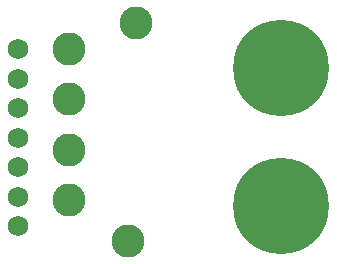
<source format=gbr>
%TF.GenerationSoftware,KiCad,Pcbnew,9.0.0*%
%TF.CreationDate,2025-08-25T22:35:37-05:00*%
%TF.ProjectId,CellSimulatorPCB,43656c6c-5369-46d7-956c-61746f725043,rev?*%
%TF.SameCoordinates,Original*%
%TF.FileFunction,Soldermask,Bot*%
%TF.FilePolarity,Negative*%
%FSLAX46Y46*%
G04 Gerber Fmt 4.6, Leading zero omitted, Abs format (unit mm)*
G04 Created by KiCad (PCBNEW 9.0.0) date 2025-08-25 22:35:37*
%MOMM*%
%LPD*%
G01*
G04 APERTURE LIST*
%ADD10C,2.800000*%
%ADD11C,8.115000*%
%ADD12C,1.752600*%
G04 APERTURE END LIST*
D10*
%TO.C,TP11*%
X90250000Y-64500000D03*
%TD*%
%TO.C,TP9*%
X90250000Y-73000000D03*
%TD*%
%TO.C,TP13*%
X95250000Y-76500000D03*
%TD*%
D11*
%TO.C,J2*%
X108250000Y-73500000D03*
%TD*%
D10*
%TO.C,TP14*%
X96000000Y-58000000D03*
%TD*%
D12*
%TO.C,J11*%
X86000000Y-75250000D03*
X86000000Y-72750000D03*
X86000000Y-70250000D03*
X86000000Y-67750000D03*
X86000000Y-65250000D03*
X86000000Y-62750000D03*
X86000000Y-60250000D03*
%TD*%
D10*
%TO.C,TP12*%
X90250000Y-60250000D03*
%TD*%
D11*
%TO.C,J1*%
X108250000Y-61835000D03*
%TD*%
D10*
%TO.C,TP10*%
X90250000Y-68750000D03*
%TD*%
M02*

</source>
